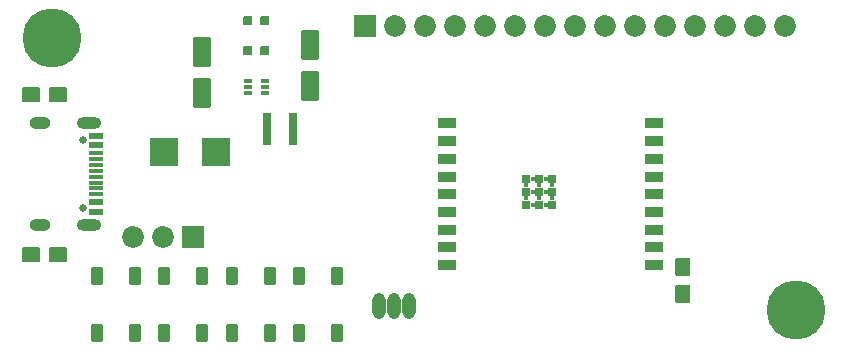
<source format=gbr>
%TF.GenerationSoftware,Altium Limited,Altium Designer,24.0.1 (36)*%
G04 Layer_Color=255*
%FSLAX45Y45*%
%MOMM*%
%TF.SameCoordinates,0E29F696-F137-483D-8A73-7D746D5A856F*%
%TF.FilePolarity,Positive*%
%TF.FileFunction,Pads,Top*%
%TF.Part,Single*%
G01*
G75*
%TA.AperFunction,BGAPad,CuDef*%
%ADD10R,0.70000X0.70000*%
%TA.AperFunction,SMDPad,CuDef*%
%ADD11R,1.50000X0.90000*%
G04:AMPARAMS|DCode=12|XSize=1.524mm|YSize=1.27mm|CornerRadius=0.09525mm|HoleSize=0mm|Usage=FLASHONLY|Rotation=270.000|XOffset=0mm|YOffset=0mm|HoleType=Round|Shape=RoundedRectangle|*
%AMROUNDEDRECTD12*
21,1,1.52400,1.07950,0,0,270.0*
21,1,1.33350,1.27000,0,0,270.0*
1,1,0.19050,-0.53975,-0.66675*
1,1,0.19050,-0.53975,0.66675*
1,1,0.19050,0.53975,0.66675*
1,1,0.19050,0.53975,-0.66675*
%
%ADD12ROUNDEDRECTD12*%
G04:AMPARAMS|DCode=13|XSize=1mm|YSize=1.5mm|CornerRadius=0.075mm|HoleSize=0mm|Usage=FLASHONLY|Rotation=0.000|XOffset=0mm|YOffset=0mm|HoleType=Round|Shape=RoundedRectangle|*
%AMROUNDEDRECTD13*
21,1,1.00000,1.35000,0,0,0.0*
21,1,0.85000,1.50000,0,0,0.0*
1,1,0.15000,0.42500,-0.67500*
1,1,0.15000,-0.42500,-0.67500*
1,1,0.15000,-0.42500,0.67500*
1,1,0.15000,0.42500,0.67500*
%
%ADD13ROUNDEDRECTD13*%
%ADD14R,0.80000X2.70000*%
G04:AMPARAMS|DCode=15|XSize=0.66mm|YSize=0.31mm|CornerRadius=0.02325mm|HoleSize=0mm|Usage=FLASHONLY|Rotation=0.000|XOffset=0mm|YOffset=0mm|HoleType=Round|Shape=RoundedRectangle|*
%AMROUNDEDRECTD15*
21,1,0.66000,0.26350,0,0,0.0*
21,1,0.61350,0.31000,0,0,0.0*
1,1,0.04650,0.30675,-0.13175*
1,1,0.04650,-0.30675,-0.13175*
1,1,0.04650,-0.30675,0.13175*
1,1,0.04650,0.30675,0.13175*
%
%ADD15ROUNDEDRECTD15*%
G04:AMPARAMS|DCode=16|XSize=0.762mm|YSize=0.762mm|CornerRadius=0.0381mm|HoleSize=0mm|Usage=FLASHONLY|Rotation=0.000|XOffset=0mm|YOffset=0mm|HoleType=Round|Shape=RoundedRectangle|*
%AMROUNDEDRECTD16*
21,1,0.76200,0.68580,0,0,0.0*
21,1,0.68580,0.76200,0,0,0.0*
1,1,0.07620,0.34290,-0.34290*
1,1,0.07620,-0.34290,-0.34290*
1,1,0.07620,-0.34290,0.34290*
1,1,0.07620,0.34290,0.34290*
%
%ADD16ROUNDEDRECTD16*%
%ADD17R,2.40000X2.40000*%
G04:AMPARAMS|DCode=18|XSize=2.5mm|YSize=1.6mm|CornerRadius=0.12mm|HoleSize=0mm|Usage=FLASHONLY|Rotation=90.000|XOffset=0mm|YOffset=0mm|HoleType=Round|Shape=RoundedRectangle|*
%AMROUNDEDRECTD18*
21,1,2.50000,1.36000,0,0,90.0*
21,1,2.26000,1.60000,0,0,90.0*
1,1,0.24000,0.68000,1.13000*
1,1,0.24000,0.68000,-1.13000*
1,1,0.24000,-0.68000,-1.13000*
1,1,0.24000,-0.68000,1.13000*
%
%ADD18ROUNDEDRECTD18*%
G04:AMPARAMS|DCode=19|XSize=1.524mm|YSize=1.27mm|CornerRadius=0.09525mm|HoleSize=0mm|Usage=FLASHONLY|Rotation=0.000|XOffset=0mm|YOffset=0mm|HoleType=Round|Shape=RoundedRectangle|*
%AMROUNDEDRECTD19*
21,1,1.52400,1.07950,0,0,0.0*
21,1,1.33350,1.27000,0,0,0.0*
1,1,0.19050,0.66675,-0.53975*
1,1,0.19050,-0.66675,-0.53975*
1,1,0.19050,-0.66675,0.53975*
1,1,0.19050,0.66675,0.53975*
%
%ADD19ROUNDEDRECTD19*%
%TA.AperFunction,ConnectorPad*%
%ADD20R,1.15000X0.30000*%
%ADD21R,1.15000X0.60000*%
%TA.AperFunction,ComponentPad*%
%ADD27C,0.40000*%
%ADD28C,1.85000*%
%ADD29R,1.85000X1.85000*%
%ADD30O,1.11000X2.22000*%
%ADD31C,0.65000*%
%ADD32O,2.10000X1.00000*%
%ADD33O,1.80000X1.00000*%
%ADD34C,5.00000*%
D10*
X4586000Y1456000D02*
D03*
X4476000D02*
D03*
X4366000D02*
D03*
Y1236000D02*
D03*
X4476000D02*
D03*
X4586000D02*
D03*
Y1346000D02*
D03*
X4366000D02*
D03*
X4476000D02*
D03*
D11*
X3697000Y726000D02*
D03*
Y876000D02*
D03*
Y1026000D02*
D03*
Y1176000D02*
D03*
Y1326000D02*
D03*
Y1476000D02*
D03*
Y1626000D02*
D03*
Y1776000D02*
D03*
Y1926000D02*
D03*
X5447000D02*
D03*
Y1776000D02*
D03*
Y1626000D02*
D03*
Y1476000D02*
D03*
Y1326000D02*
D03*
Y1176000D02*
D03*
Y1026000D02*
D03*
Y876000D02*
D03*
Y726000D02*
D03*
D12*
X5697220Y477520D02*
D03*
Y706120D02*
D03*
D13*
X1051500Y637880D02*
D03*
Y147880D02*
D03*
X731500Y637880D02*
D03*
Y147880D02*
D03*
X1874500D02*
D03*
Y637880D02*
D03*
X2194500Y147880D02*
D03*
Y637880D02*
D03*
X1623000D02*
D03*
Y147880D02*
D03*
X1303000Y637880D02*
D03*
Y147880D02*
D03*
X2446000D02*
D03*
Y637880D02*
D03*
X2766000Y147880D02*
D03*
Y637880D02*
D03*
D14*
X2176000Y1879600D02*
D03*
X2396000D02*
D03*
D15*
X2009300Y2285200D02*
D03*
Y2235200D02*
D03*
Y2185200D02*
D03*
X2156300D02*
D03*
Y2235200D02*
D03*
Y2285200D02*
D03*
D16*
X2012950Y2540000D02*
D03*
X2152650D02*
D03*
Y2794000D02*
D03*
X2012950D02*
D03*
D17*
X1740480Y1684020D02*
D03*
X1300480D02*
D03*
D18*
X2540000Y2240800D02*
D03*
Y2590800D02*
D03*
X1625600Y2534400D02*
D03*
Y2184400D02*
D03*
D19*
X403860Y2166620D02*
D03*
X175260D02*
D03*
X406400Y812800D02*
D03*
X177800D02*
D03*
D20*
X725500Y1675000D02*
D03*
Y1625000D02*
D03*
Y1575000D02*
D03*
Y1325000D02*
D03*
Y1375000D02*
D03*
Y1425000D02*
D03*
Y1525000D02*
D03*
Y1475000D02*
D03*
D21*
Y1260000D02*
D03*
Y1740000D02*
D03*
Y1180000D02*
D03*
Y1820000D02*
D03*
D27*
X4586000Y1401000D02*
D03*
X4476000D02*
D03*
X4531000Y1456000D02*
D03*
X4421000D02*
D03*
X4531000Y1346000D02*
D03*
X4586000Y1291000D02*
D03*
X4476000D02*
D03*
X4421000Y1346000D02*
D03*
X4531000Y1236000D02*
D03*
X4366000Y1401000D02*
D03*
Y1291000D02*
D03*
X4421000Y1236000D02*
D03*
D28*
X6556000Y2750000D02*
D03*
X6302000D02*
D03*
X4778000D02*
D03*
X4524000D02*
D03*
X4270000D02*
D03*
X4016000D02*
D03*
X3254000D02*
D03*
X3508000D02*
D03*
X3762000D02*
D03*
X5032000D02*
D03*
X5286000D02*
D03*
X5540000D02*
D03*
X5794000D02*
D03*
X6048000D02*
D03*
X1041400Y965200D02*
D03*
X1295400D02*
D03*
D29*
X3000000Y2750000D02*
D03*
X1549400Y965200D02*
D03*
D30*
X3124200Y378285D02*
D03*
X3251200D02*
D03*
X3378200D02*
D03*
D31*
X618000Y1789000D02*
D03*
Y1211000D02*
D03*
D32*
X668000Y1068000D02*
D03*
Y1932000D02*
D03*
D33*
X250000Y1068000D02*
D03*
Y1932000D02*
D03*
D34*
X350000Y2650000D02*
D03*
X6650000Y350000D02*
D03*
%TF.MD5,33ac785991ba4666c9beb497ca7e21ea*%
M02*

</source>
